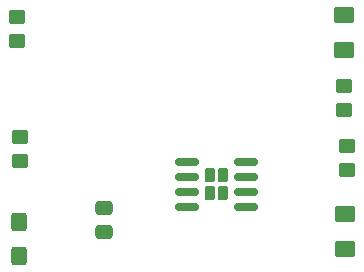
<source format=gbr>
%TF.GenerationSoftware,KiCad,Pcbnew,(6.0.10-0)*%
%TF.CreationDate,2023-02-17T09:13:00-08:00*%
%TF.ProjectId,lab4_Exercise2,6c616234-5f45-4786-9572-63697365322e,rev?*%
%TF.SameCoordinates,Original*%
%TF.FileFunction,Paste,Top*%
%TF.FilePolarity,Positive*%
%FSLAX46Y46*%
G04 Gerber Fmt 4.6, Leading zero omitted, Abs format (unit mm)*
G04 Created by KiCad (PCBNEW (6.0.10-0)) date 2023-02-17 09:13:00*
%MOMM*%
%LPD*%
G01*
G04 APERTURE LIST*
G04 Aperture macros list*
%AMRoundRect*
0 Rectangle with rounded corners*
0 $1 Rounding radius*
0 $2 $3 $4 $5 $6 $7 $8 $9 X,Y pos of 4 corners*
0 Add a 4 corners polygon primitive as box body*
4,1,4,$2,$3,$4,$5,$6,$7,$8,$9,$2,$3,0*
0 Add four circle primitives for the rounded corners*
1,1,$1+$1,$2,$3*
1,1,$1+$1,$4,$5*
1,1,$1+$1,$6,$7*
1,1,$1+$1,$8,$9*
0 Add four rect primitives between the rounded corners*
20,1,$1+$1,$2,$3,$4,$5,0*
20,1,$1+$1,$4,$5,$6,$7,0*
20,1,$1+$1,$6,$7,$8,$9,0*
20,1,$1+$1,$8,$9,$2,$3,0*%
G04 Aperture macros list end*
%ADD10RoundRect,0.250001X0.624999X-0.462499X0.624999X0.462499X-0.624999X0.462499X-0.624999X-0.462499X0*%
%ADD11RoundRect,0.250000X-0.450000X0.350000X-0.450000X-0.350000X0.450000X-0.350000X0.450000X0.350000X0*%
%ADD12RoundRect,0.230000X0.230000X0.375000X-0.230000X0.375000X-0.230000X-0.375000X0.230000X-0.375000X0*%
%ADD13RoundRect,0.150000X0.825000X0.150000X-0.825000X0.150000X-0.825000X-0.150000X0.825000X-0.150000X0*%
%ADD14RoundRect,0.250000X-0.425000X0.537500X-0.425000X-0.537500X0.425000X-0.537500X0.425000X0.537500X0*%
%ADD15RoundRect,0.250000X-0.475000X0.337500X-0.475000X-0.337500X0.475000X-0.337500X0.475000X0.337500X0*%
G04 APERTURE END LIST*
D10*
%TO.C,D1*%
X157480000Y-79597500D03*
X157480000Y-76622500D03*
%TD*%
D11*
%TO.C,R2*%
X130090000Y-86991744D03*
X130090000Y-88991744D03*
%TD*%
%TO.C,R4*%
X157730000Y-87730000D03*
X157730000Y-89730000D03*
%TD*%
%TO.C,R3*%
X157480000Y-82650000D03*
X157480000Y-84650000D03*
%TD*%
D12*
%TO.C,U1*%
X147300000Y-90202500D03*
X146160000Y-91702500D03*
X147300000Y-91702500D03*
X146160000Y-90202500D03*
D13*
X149205000Y-92857500D03*
X149205000Y-91587500D03*
X149205000Y-90317500D03*
X149205000Y-89047500D03*
X144255000Y-89047500D03*
X144255000Y-90317500D03*
X144255000Y-91587500D03*
X144255000Y-92857500D03*
%TD*%
D11*
%TO.C,R1*%
X129825000Y-76831744D03*
X129825000Y-78831744D03*
%TD*%
D10*
%TO.C,D2*%
X157620000Y-96467500D03*
X157620000Y-93492500D03*
%TD*%
D14*
%TO.C,C1*%
X130025000Y-94174244D03*
X130025000Y-97049244D03*
%TD*%
D15*
%TO.C,C2*%
X137160000Y-92942500D03*
X137160000Y-95017500D03*
%TD*%
M02*

</source>
